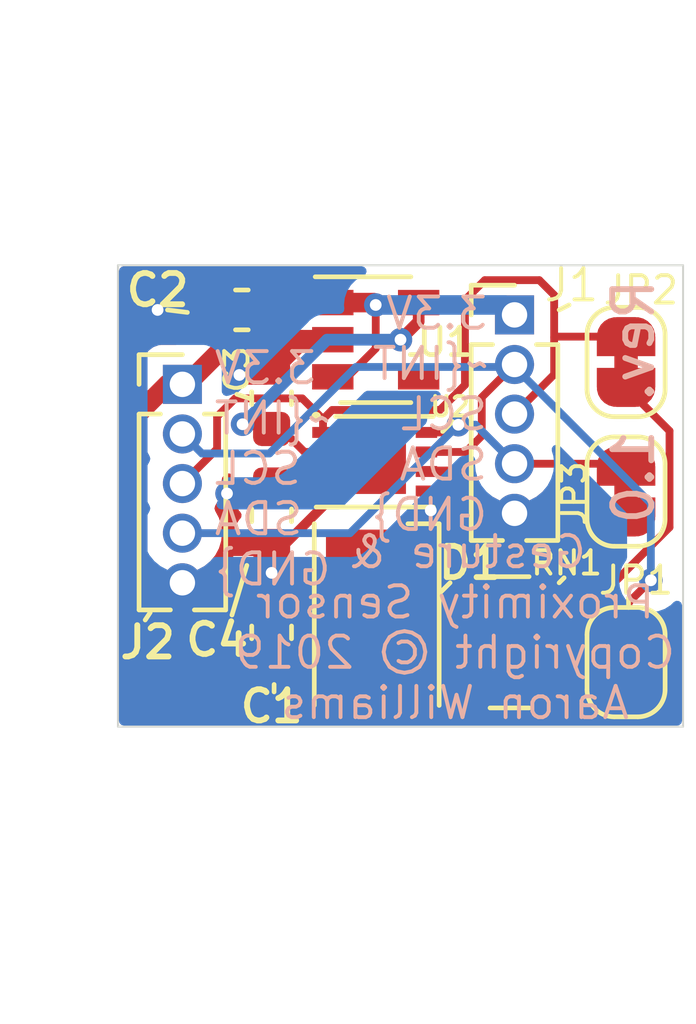
<source format=kicad_pcb>
(kicad_pcb (version 20221018) (generator pcbnew)
  (layers (0 "F.Cu" signal) (31 "B.Cu" signal) (34 "B.Paste" user) (35 "F.Paste" user) (36 "B.SilkS" user "B.Silkscreen") (37 "F.SilkS" user "F.Silkscreen") (38 "B.Mask" user) (39 "F.Mask" user) (44 "Edge.Cuts" user))
  (net 0 "")
  (net 1 "GND")
  (net 2 "+3V3")
  (net 3 "Net-(U1-Pad4)")
  (net 4 "/SDA")
  (net 5 "/~{INT}")
  (net 6 "/SCL")
  (net 7 "Net-(JP1-Pad2)")
  (net 8 "Net-(JP2-Pad2)")
  (net 9 "Net-(JP3-Pad2)")
  (net 10 "Net-(RN1-Pad1)")
  (net 11 "/1.8V")
  (net 12 "/VREF")
  (net 13 "/LEDX")
  (footprint "Capacitor_SMD:C_0603_1608Metric" (layer "F.Cu") (at 52.578 51.562 90)
    (fp_text reference "C1" (at -1.8923 0 180) (layer "F.SilkS") (effects (font (size 0.8 0.8))))
    (fp_text value "1uF")
    (fp_line (start -0.162779 -0.51) (end 0.162779 -0.51) (stroke (width 0.12)) (layer "F.SilkS"))
    (fp_line (start -0.162779 0.51) (end 0.162779 0.51) (stroke (width 0.12)) (layer "F.SilkS"))
    (pad "1" smd roundrect (at -0.7875 0 90) (size 0.875 0.95) (layers "F.Cu" "F.Paste" "F.Mask") (net 2 "+3V3"))
    (pad "2" smd roundrect (at 0.7875 0 90) (size 0.875 0.95) (layers "F.Cu" "F.Paste" "F.Mask") (net 1 "GND"))
  )
  (footprint "Capacitor_SMD:C_0603_1608Metric" (layer "F.Cu") (at 51.816 43.307 180)
    (fp_text reference "C2" (at 2.159 0.508) (layer "F.SilkS") (effects (font (size 0.8 0.8))))
    (fp_text value "1uF")
    (fp_line (start -0.162779 -0.51) (end 0.162779 -0.51) (stroke (width 0.12)) (layer "F.SilkS"))
    (fp_line (start -0.162779 0.51) (end 0.162779 0.51) (stroke (width 0.12)) (layer "F.SilkS"))
    (pad "1" smd roundrect (at -0.7875 0 180) (size 0.875 0.95) (layers "F.Cu" "F.Paste" "F.Mask") (net 2 "+3V3"))
    (pad "2" smd roundrect (at 0.7875 0 180) (size 0.875 0.95) (layers "F.Cu" "F.Paste" "F.Mask") (net 1 "GND"))
  )
  (footprint "Capacitor_SMD:C_0603_1608Metric" (layer "F.Cu") (at 52.578 45.5676 90)
    (fp_text reference "C3" (at 0.7366 -0.889 90) (layer "F.SilkS") (effects (font (size 0.6 0.6) (thickness 0.1))))
    (fp_text value "1uF")
    (fp_line (start -0.162779 -0.51) (end 0.162779 -0.51) (stroke (width 0.12)) (layer "F.SilkS"))
    (fp_line (start -0.162779 0.51) (end 0.162779 0.51) (stroke (width 0.12)) (layer "F.SilkS"))
    (pad "1" smd roundrect (at -0.7875 0 90) (size 0.875 0.95) (layers "F.Cu" "F.Paste" "F.Mask") (net 11 "/1.8V"))
    (pad "2" smd roundrect (at 0.7875 0 90) (size 0.875 0.95) (layers "F.Cu" "F.Paste" "F.Mask") (net 1 "GND"))
  )
  (footprint "Capacitor_SMD:C_0603_1608Metric" (layer "F.Cu") (at 52.578 48.5648 -90)
    (fp_text reference "C4" (at 3.1877 1.397 180) (layer "F.SilkS") (effects (font (size 0.8 0.8))))
    (fp_text value "1uF")
    (fp_line (start -0.162779 -0.51) (end 0.162779 -0.51) (stroke (width 0.12)) (layer "F.SilkS"))
    (fp_line (start -0.162779 0.51) (end 0.162779 0.51) (stroke (width 0.12)) (layer "F.SilkS"))
    (pad "1" smd roundrect (at -0.7875 0 270) (size 0.875 0.95) (layers "F.Cu" "F.Paste" "F.Mask") (net 12 "/VREF"))
    (pad "2" smd roundrect (at 0.7875 0 270) (size 0.875 0.95) (layers "F.Cu" "F.Paste" "F.Mask") (net 1 "GND"))
  )
  (footprint "Aaron:LED_PLCC-2" (layer "F.Cu") (at 55.2704 51.181 -90)
    (fp_text reference "D1" (at -1.397 -2.3876 180) (layer "F.SilkS") (effects (font (size 0.8 0.8))))
    (fp_text value "VSMY3940X01-GS08")
    (fp_line (start -2.4 -1.6) (end -2.4 -0.8) (stroke (width 0.12)) (layer "F.SilkS"))
    (fp_line (start 2.25 -1.6) (end -2.4 -1.6) (stroke (width 0.12)) (layer "F.SilkS"))
    (fp_line (start 2.25 1.6) (end -2.4 1.6) (stroke (width 0.12)) (layer "F.SilkS"))
    (pad "1" smd rect (at -1.5 0 270) (size 1.5 2.6) (layers "F.Cu" "F.Paste" "F.Mask") (net 13 "/LEDX"))
    (pad "2" smd rect (at 1.5 0 270) (size 1.5 2.6) (layers "F.Cu" "F.Paste" "F.Mask") (net 2 "+3V3"))
  )
  (footprint "Package_TO_SOT_SMD:SOT-23-5" (layer "F.Cu") (at 55.245 44.069)
    (fp_text reference "U1" (at 1.778 0.0635) (layer "F.SilkS") (effects (font (size 0.7 0.7) (thickness 0.12))))
    (fp_text value "TLV71318PDBV")
    (fp_line (start -0.9 1.61) (end 0.9 1.61) (stroke (width 0.12)) (layer "F.SilkS"))
    (fp_line (start 0.9 -1.61) (end -1.55 -1.61) (stroke (width 0.12)) (layer "F.SilkS"))
    (pad "1" smd rect (at -1.1 -0.95) (size 1.06 0.65) (layers "F.Cu" "F.Paste" "F.Mask") (net 2 "+3V3"))
    (pad "2" smd rect (at -1.1 0) (size 1.06 0.65) (layers "F.Cu" "F.Paste" "F.Mask") (net 1 "GND"))
    (pad "3" smd rect (at -1.1 0.95) (size 1.06 0.65) (layers "F.Cu" "F.Paste" "F.Mask") (net 2 "+3V3"))
    (pad "4" smd rect (at 1.1 0.95) (size 1.06 0.65) (layers "F.Cu" "F.Paste" "F.Mask") (net 3 "Net-(U1-Pad4)"))
    (pad "5" smd rect (at 1.1 -0.95) (size 1.06 0.65) (layers "F.Cu" "F.Paste" "F.Mask") (net 11 "/1.8V"))
  )
  (footprint "Aaron:LFCSP-8-1EP_3x2mm_P0.5mm_EP1.6x1.65mm" (layer "F.Cu") (at 55.2196 47.1932)
    (fp_text reference "U2" (at 1.9304 -1.4097) (layer "F.SilkS") (effects (font (size 0.5 0.5) (thickness 0.1))))
    (fp_text value "ADUX1020")
    (fp_line (start -1 -1.16) (end 1.5 -1.16) (stroke (width 0.12)) (layer "F.SilkS"))
    (fp_line (start 1.5 1.16) (end -1.5 1.16) (stroke (width 0.12)) (layer "F.SilkS"))
    (pad "1" smd rect (at -1.325 -0.75) (size 0.55 0.28) (layers "F.Cu" "F.Paste" "F.Mask") (net 6 "/SCL"))
    (pad "2" smd rect (at -1.325 -0.25) (size 0.55 0.28) (layers "F.Cu" "F.Paste" "F.Mask") (net 11 "/1.8V"))
    (pad "3" smd rect (at -1.325 0.25) (size 0.55 0.28) (layers "F.Cu" "F.Paste" "F.Mask") (net 12 "/VREF"))
    (pad "4" smd rect (at -1.325 0.75) (size 0.55 0.28) (layers "F.Cu" "F.Paste" "F.Mask") (net 1 "GND"))
    (pad "5" smd rect (at 1.325 0.75) (size 0.55 0.28) (layers "F.Cu" "F.Paste" "F.Mask") (net 1 "GND"))
    (pad "6" smd rect (at 1.325 0.25) (size 0.55 0.28) (layers "F.Cu" "F.Paste" "F.Mask") (net 13 "/LEDX"))
    (pad "7" smd rect (at 1.325 -0.25) (size 0.55 0.28) (layers "F.Cu" "F.Paste" "F.Mask") (net 5 "/~{INT}"))
    (pad "8" smd rect (at 1.325 -0.75) (size 0.55 0.28) (layers "F.Cu" "F.Paste" "F.Mask") (net 4 "/SDA"))
    (pad "9" smd rect (at 0 0) (size 1.6 1.65) (layers "F.Cu" "F.Paste" "F.Mask"))
  )
  (footprint "Connector_PinHeader_1.27mm:PinHeader_1x05_P1.27mm_Vertical" (layer "F.Cu") (at 50.292 45.212)
    (fp_text reference "J2" (at -0.889 6.604) (layer "F.SilkS") (effects (font (size 0.8 0.8))))
    (fp_text value "Conn_01x05")
    (fp_line (start -1.11 -0.76) (end 0 -0.76) (stroke (width 0.12)) (layer "F.SilkS"))
    (fp_line (start -1.11 0) (end -1.11 -0.76) (stroke (width 0.12)) (layer "F.SilkS"))
    (fp_line (start -1.11 0.76) (end -1.11 5.775) (stroke (width 0.12)) (layer "F.SilkS"))
    (fp_line (start -1.11 0.76) (end -0.563471 0.76) (stroke (width 0.12)) (layer "F.SilkS"))
    (fp_line (start -1.11 5.775) (end -0.30753 5.775) (stroke (width 0.12)) (layer "F.SilkS"))
    (fp_line (start 0.30753 5.775) (end 1.11 5.775) (stroke (width 0.12)) (layer "F.SilkS"))
    (fp_line (start 0.563471 0.76) (end 1.11 0.76) (stroke (width 0.12)) (layer "F.SilkS"))
    (fp_line (start 1.11 0.76) (end 1.11 5.775) (stroke (width 0.12)) (layer "F.SilkS"))
    (pad "1" thru_hole rect (at 0 0) (size 1 1) (drill 0.65) (layers "*.Cu" "*.Mask") (net 2 "+3V3"))
    (pad "2" thru_hole oval (at 0 1.27) (size 1 1) (drill 0.65) (layers "*.Cu" "*.Mask") (net 5 "/~{INT}"))
    (pad "3" thru_hole oval (at 0 2.54) (size 1 1) (drill 0.65) (layers "*.Cu" "*.Mask") (net 6 "/SCL"))
    (pad "4" thru_hole oval (at 0 3.81) (size 1 1) (drill 0.65) (layers "*.Cu" "*.Mask") (net 4 "/SDA"))
    (pad "5" thru_hole oval (at 0 5.08) (size 1 1) (drill 0.65) (layers "*.Cu" "*.Mask") (net 1 "GND"))
  )
  (footprint "Connector_PinHeader_1.27mm:PinHeader_1x05_P1.27mm_Vertical" (layer "F.Cu") (at 58.801 43.434)
    (fp_text reference "J1" (at 1.4605 -0.762) (layer "F.SilkS") (effects (font (size 0.8 0.8) (thickness 0.1))))
    (fp_text value "Conn_01x05")
    (fp_line (start -1.11 -0.76) (end 0 -0.76) (stroke (width 0.12)) (layer "F.SilkS"))
    (fp_line (start -1.11 0) (end -1.11 -0.76) (stroke (width 0.12)) (layer "F.SilkS"))
    (fp_line (start -1.11 0.76) (end -1.11 5.775) (stroke (width 0.12)) (layer "F.SilkS"))
    (fp_line (start -1.11 0.76) (end -0.563471 0.76) (stroke (width 0.12)) (layer "F.SilkS"))
    (fp_line (start -1.11 5.775) (end -0.30753 5.775) (stroke (width 0.12)) (layer "F.SilkS"))
    (fp_line (start 0.30753 5.775) (end 1.11 5.775) (stroke (width 0.12)) (layer "F.SilkS"))
    (fp_line (start 0.563471 0.76) (end 1.11 0.76) (stroke (width 0.12)) (layer "F.SilkS"))
    (fp_line (start 1.11 0.76) (end 1.11 5.775) (stroke (width 0.12)) (layer "F.SilkS"))
    (pad "1" thru_hole rect (at 0 0) (size 1 1) (drill 0.65) (layers "*.Cu" "*.Mask") (net 2 "+3V3"))
    (pad "2" thru_hole oval (at 0 1.27) (size 1 1) (drill 0.65) (layers "*.Cu" "*.Mask") (net 5 "/~{INT}"))
    (pad "3" thru_hole oval (at 0 2.54) (size 1 1) (drill 0.65) (layers "*.Cu" "*.Mask") (net 6 "/SCL"))
    (pad "4" thru_hole oval (at 0 3.81) (size 1 1) (drill 0.65) (layers "*.Cu" "*.Mask") (net 4 "/SDA"))
    (pad "5" thru_hole oval (at 0 5.08) (size 1 1) (drill 0.65) (layers "*.Cu" "*.Mask") (net 1 "GND"))
  )
  (footprint "Jumper:SolderJumper-2_P1.3mm_Bridged_RoundedPad1.0x1.5mm" (layer "F.Cu") (at 61.6585 52.324 -90)
    (fp_text reference "JP1" (at -2.0955 -0.254 180) (layer "F.SilkS") (effects (font (size 0.7 0.7) (thickness 0.1))))
    (fp_text value "SolderJumper_2_Bridged")
    (fp_poly (pts (xy 0.25 -0.3) (xy -0.25 -0.3) (xy -0.25 0.3) (xy 0.25 0.3)) (fill solid) (layer "F.Cu"))
    (fp_line (start -1.4 0.3) (end -1.4 -0.3) (stroke (width 0.12)) (layer "F.SilkS"))
    (fp_line (start -0.7 -1) (end 0.7 -1) (stroke (width 0.12)) (layer "F.SilkS"))
    (fp_line (start 0.7 1) (end -0.7 1) (stroke (width 0.12)) (layer "F.SilkS"))
    (fp_line (start 1.4 -0.3) (end 1.4 0.3) (stroke (width 0.12)) (layer "F.SilkS"))
    (fp_arc (start -1.4 -0.3) (mid -1.194975 -0.794975) (end -0.7 -1) (stroke (width 0.12)) (layer "F.SilkS"))
    (fp_arc (start -0.7 1) (mid -1.194975 0.794975) (end -1.4 0.3) (stroke (width 0.12)) (layer "F.SilkS"))
    (fp_arc (start 0.7 -1) (mid 1.194975 -0.794975) (end 1.4 -0.3) (stroke (width 0.12)) (layer "F.SilkS"))
    (fp_arc (start 1.4 0.3) (mid 1.194975 0.794975) (end 0.7 1) (stroke (width 0.12)) (layer "F.SilkS"))
    (pad "1" smd custom (at -0.65 0 270) (size 1 0.5) (layers "F.Cu" "F.Mask") (net 5 "/~{INT}") (options (clearance outline) (anchor rect)) (primitives (gr_circle (center 0 0.25) (end 0.5 0.25) (width 0) (fill yes)) (gr_circle (center 0 -0.25) (end 0.5 -0.25) (width 0) (fill yes)) (gr_poly (pts (xy 0 -0.75) (xy 0.5 -0.75) (xy 0.5 0.75) (xy 0 0.75)) (width 0) (fill yes))))
    (pad "2" smd custom (at 0.65 0 270) (size 1 0.5) (layers "F.Cu" "F.Mask") (net 7 "Net-(JP1-Pad2)") (options (clearance outline) (anchor rect)) (primitives (gr_circle (center 0 0.25) (end 0.5 0.25) (width 0) (fill yes)) (gr_circle (center 0 -0.25) (end 0.5 -0.25) (width 0) (fill yes)) (gr_poly (pts (xy 0 -0.75) (xy -0.5 -0.75) (xy -0.5 0.75) (xy 0 0.75)) (width 0) (fill yes))))
  )
  (footprint "Jumper:SolderJumper-2_P1.3mm_Bridged_RoundedPad1.0x1.5mm" (layer "F.Cu") (at 61.6585 44.6405 -90)
    (fp_text reference "JP2" (at -1.8415 -0.381) (layer "F.SilkS") (effects (font (size 0.7 0.7) (thickness 0.1))))
    (fp_text value "SolderJumper_2_Bridged")
    (fp_poly (pts (xy 0.25 -0.3) (xy -0.25 -0.3) (xy -0.25 0.3) (xy 0.25 0.3)) (fill solid) (layer "F.Cu"))
    (fp_line (start -1.4 0.3) (end -1.4 -0.3) (stroke (width 0.12)) (layer "F.SilkS"))
    (fp_line (start -0.7 -1) (end 0.7 -1) (stroke (width 0.12)) (layer "F.SilkS"))
    (fp_line (start 0.7 1) (end -0.7 1) (stroke (width 0.12)) (layer "F.SilkS"))
    (fp_line (start 1.4 -0.3) (end 1.4 0.3) (stroke (width 0.12)) (layer "F.SilkS"))
    (fp_arc (start -1.4 -0.3) (mid -1.194975 -0.794975) (end -0.7 -1) (stroke (width 0.12)) (layer "F.SilkS"))
    (fp_arc (start -0.7 1) (mid -1.194975 0.794975) (end -1.4 0.3) (stroke (width 0.12)) (layer "F.SilkS"))
    (fp_arc (start 0.7 -1) (mid 1.194975 -0.794975) (end 1.4 -0.3) (stroke (width 0.12)) (layer "F.SilkS"))
    (fp_arc (start 1.4 0.3) (mid 1.194975 0.794975) (end 0.7 1) (stroke (width 0.12)) (layer "F.SilkS"))
    (pad "1" smd custom (at -0.65 0 270) (size 1 0.5) (layers "F.Cu" "F.Mask") (net 6 "/SCL") (options (clearance outline) (anchor rect)) (primitives (gr_circle (center 0 0.25) (end 0.5 0.25) (width 0) (fill yes)) (gr_circle (center 0 -0.25) (end 0.5 -0.25) (width 0) (fill yes)) (gr_poly (pts (xy 0 -0.75) (xy 0.5 -0.75) (xy 0.5 0.75) (xy 0 0.75)) (width 0) (fill yes))))
    (pad "2" smd custom (at 0.65 0 270) (size 1 0.5) (layers "F.Cu" "F.Mask") (net 8 "Net-(JP2-Pad2)") (options (clearance outline) (anchor rect)) (primitives (gr_circle (center 0 0.25) (end 0.5 0.25) (width 0) (fill yes)) (gr_circle (center 0 -0.25) (end 0.5 -0.25) (width 0) (fill yes)) (gr_poly (pts (xy 0 -0.75) (xy -0.5 -0.75) (xy -0.5 0.75) (xy 0 0.75)) (width 0) (fill yes))))
  )
  (footprint "Jumper:SolderJumper-2_P1.3mm_Bridged_RoundedPad1.0x1.5mm" (layer "F.Cu") (at 61.6585 47.9575 -90)
    (fp_text reference "JP3" (at 0.0485 1.3335 90) (layer "F.SilkS") (effects (font (size 0.6 0.6) (thickness 0.1))))
    (fp_text value "SolderJumper_2_Bridged")
    (fp_poly (pts (xy 0.25 -0.3) (xy -0.25 -0.3) (xy -0.25 0.3) (xy 0.25 0.3)) (fill solid) (layer "F.Cu"))
    (fp_line (start -1.4 0.3) (end -1.4 -0.3) (stroke (width 0.12)) (layer "F.SilkS"))
    (fp_line (start -0.7 -1) (end 0.7 -1) (stroke (width 0.12)) (layer "F.SilkS"))
    (fp_line (start 0.7 1) (end -0.7 1) (stroke (width 0.12)) (layer "F.SilkS"))
    (fp_line (start 1.4 -0.3) (end 1.4 0.3) (stroke (width 0.12)) (layer "F.SilkS"))
    (fp_arc (start -1.4 -0.3) (mid -1.194975 -0.794975) (end -0.7 -1) (stroke (width 0.12)) (layer "F.SilkS"))
    (fp_arc (start -0.7 1) (mid -1.194975 0.794975) (end -1.4 0.3) (stroke (width 0.12)) (layer "F.SilkS"))
    (fp_arc (start 0.7 -1) (mid 1.194975 -0.794975) (end 1.4 -0.3) (stroke (width 0.12)) (layer "F.SilkS"))
    (fp_arc (start 1.4 0.3) (mid 1.194975 0.794975) (end 0.7 1) (stroke (width 0.12)) (layer "F.SilkS"))
    (pad "1" smd custom (at -0.65 0 270) (size 1 0.5) (layers "F.Cu" "F.Mask") (net 4 "/SDA") (options (clearance outline) (anchor rect)) (primitives (gr_circle (center 0 0.25) (end 0.5 0.25) (width 0) (fill yes)) (gr_circle (center 0 -0.25) (end 0.5 -0.25) (width 0) (fill yes)) (gr_poly (pts (xy 0 -0.75) (xy 0.5 -0.75) (xy 0.5 0.75) (xy 0 0.75)) (width 0) (fill yes))))
    (pad "2" smd custom (at 0.65 0 270) (size 1 0.5) (layers "F.Cu" "F.Mask") (net 9 "Net-(JP3-Pad2)") (options (clearance outline) (anchor rect)) (primitives (gr_circle (center 0 0.25) (end 0.5 0.25) (width 0) (fill yes)) (gr_circle (center 0 -0.25) (end 0.5 -0.25) (width 0) (fill yes)) (gr_poly (pts (xy 0 -0.75) (xy -0.5 -0.75) (xy -0.5 0.75) (xy 0 0.75)) (width 0) (fill yes))))
  )
  (footprint "Resistor_SMD:R_Array_Convex_4x0603" (layer "F.Cu") (at 58.674 51.816 180)
    (fp_text reference "RN1" (at -1.4605 2.032) (layer "F.SilkS") (effects (font (size 0.6 0.6) (thickness 0.1))))
    (fp_text value "10K")
    (fp_line (start 0.5 -1.68) (end -0.5 -1.68) (stroke (width 0.12)) (layer "F.SilkS"))
    (fp_line (start 0.5 1.68) (end -0.5 1.68) (stroke (width 0.12)) (layer "F.SilkS"))
    (pad "1" smd rect (at -0.9 -1.2 180) (size 0.8 0.5) (layers "F.Cu" "F.Paste" "F.Mask") (net 10 "Net-(RN1-Pad1)"))
    (pad "2" smd rect (at -0.9 -0.4 180) (size 0.8 0.4) (layers "F.Cu" "F.Paste" "F.Mask") (net 7 "Net-(JP1-Pad2)"))
    (pad "3" smd rect (at -0.9 0.4 180) (size 0.8 0.4) (layers "F.Cu" "F.Paste" "F.Mask") (net 8 "Net-(JP2-Pad2)"))
    (pad "4" smd rect (at -0.9 1.2 180) (size 0.8 0.5) (layers "F.Cu" "F.Paste" "F.Mask") (net 9 "Net-(JP3-Pad2)"))
    (pad "5" smd rect (at 0.9 1.2 180) (size 0.8 0.5) (layers "F.Cu" "F.Paste" "F.Mask") (net 2 "+3V3"))
    (pad "6" smd rect (at 0.9 0.4 180) (size 0.8 0.4) (layers "F.Cu" "F.Paste" "F.Mask") (net 2 "+3V3"))
    (pad "7" smd rect (at 0.9 -0.4 180) (size 0.8 0.4) (layers "F.Cu" "F.Paste" "F.Mask") (net 2 "+3V3"))
    (pad "8" smd rect (at 0.9 -1.2 180) (size 0.8 0.5) (layers "F.Cu" "F.Paste" "F.Mask") (net 2 "+3V3"))
  )
  (gr_line (start 60.198 43.18) (end 59.944 43.307) (stroke (width 0.12)) (layer "F.SilkS"))
  (gr_line (start 60.071 50.165) (end 59.944 50.292) (stroke (width 0.12)) (layer "F.SilkS"))
  (gr_line (start 61.722 50.673) (end 61.722 50.927) (stroke (width 0.12)) (layer "F.SilkS"))
  (gr_line (start 56.388 44.45) (end 56.134 44.45) (stroke (width 0.12)) (layer "F.SilkS"))
  (gr_line (start 51.689 45.466) (end 52.07 45.593) (stroke (width 0.12)) (layer "F.SilkS"))
  (gr_line (start 51.562 51.1175) (end 51.943 49.8475) (stroke (width 0.12)) (layer "F.SilkS"))
  (gr_line (start 52.6415 53.086) (end 52.6415 52.8955) (stroke (width 0.12)) (layer "F.SilkS"))
  (gr_line (start 49.3395 51.2445) (end 49.4665 51.054) (stroke (width 0.12)) (layer "F.SilkS"))
  (gr_line (start 49.911 43.307) (end 50.419 43.3705) (stroke (width 0.12)) (layer "F.SilkS"))
  (gr_line (start 57.2135 46.1645) (end 56.9595 46.4185) (stroke (width 0.12)) (layer "F.SilkS"))
  (gr_line (start 57.15 50.292) (end 56.896 50.546) (stroke (width 0.12)) (layer "F.SilkS"))
  (gr_circle (center 53.721 46.0375) (end 53.721 45.974) (stroke (width 0.12)) (fill none) (layer "F.SilkS"))
  (gr_line (start 48.641 42.164) (end 48.641 53.975) (stroke (width 0.05)) (layer "Edge.Cuts"))
  (gr_line (start 63.119 53.975) (end 48.641 53.975) (stroke (width 0.05)) (layer "Edge.Cuts"))
  (gr_line (start 48.641 42.164) (end 63.119 42.164) (stroke (width 0.05)) (layer "Edge.Cuts"))
  (gr_line (start 63.119 42.164) (end 63.119 53.975) (stroke (width 0.05)) (layer "Edge.Cuts"))
  (gr_text "3.3V\n~{INT\nSCL\nSDA\nGND}" (at 51.054 47.371) (layer "B.SilkS") (effects (font (size 0.8 0.8) (thickness 0.1)) (justify right mirror)))
  (gr_text "Gesture & \nProximity Sensor\nCopyright © 2019\nAaron Williams" (at 57.277 51.435) (layer "B.SilkS") (effects (font (size 0.8 0.8) (thickness 0.1)) (justify mirror)))
  (gr_text "3.3V\n~{INT\nSCL\nSDA\nGND}" (at 58.166 45.974) (layer "B.SilkS") (effects (font (size 0.8 0.8) (thickness 0.1)) (justify left mirror)))
  (gr_text "Rev. 1.0" (at 61.849 45.6565 90) (layer "B.SilkS") (effects (font (size 1 1)) (justify mirror)))
  (segment (start 52.176764 44.971501) (end 51.7525 44.971501) (width 0.5) (layer "F.Cu") (net 1))
  (segment (start 56.5446 48.327797) (end 56.655013 48.43821) (width 0.25) (layer "F.Cu") (net 1))
  (segment (start 53.34 44.069) (end 52.437499 44.971501) (width 0.5) (layer "F.Cu") (net 1))
  (segment (start 54.1655 44.069) (end 53.34 44.069) (width 0.5) (layer "F.Cu") (net 1))
  (segment (start 53.8946 48.3332) (end 52.9518 49.276) (width 0.25) (layer "F.Cu") (net 1))
  (segment (start 53.8946 47.9432) (end 53.8946 48.3332) (width 0.25) (layer "F.Cu") (net 1))
  (segment (start 52.9518 49.276) (end 52.578 49.276) (width 0.25) (layer "F.Cu") (net 1))
  (segment (start 56.5446 47.9432) (end 56.5446 48.327797) (width 0.25) (layer "F.Cu") (net 1))
  (segment (start 52.437499 44.971501) (end 52.176764 44.971501) (width 0.5) (layer "F.Cu") (net 1))
  (via (at 52.578 50.038) (size 0.6) (drill 0.3) (layers "F.Cu" "B.Cu") (net 1))
  (via (at 51.435 48.006) (size 0.6) (drill 0.3) (layers "F.Cu" "B.Cu") (net 1))
  (via (at 51.7525 44.971501) (size 0.6) (drill 0.3) (layers "F.Cu" "B.Cu") (net 1))
  (via (at 49.657 43.307) (size 0.6) (drill 0.3) (layers "F.Cu" "B.Cu") (net 1))
  (via (at 56.655013 48.43821) (size 0.6) (drill 0.3) (layers "F.Cu" "B.Cu") (net 1))
  (segment (start 49.149 43.815) (end 49.149 49.856106) (width 0.5) (layer "B.Cu") (net 1))
  (segment (start 49.584894 50.292) (end 50.292 50.292) (width 0.5) (layer "B.Cu") (net 1))
  (segment (start 49.657 43.307) (end 49.149 43.815) (width 0.5) (layer "B.Cu") (net 1))
  (segment (start 49.149 49.856106) (end 49.584894 50.292) (width 0.5) (layer "B.Cu") (net 1))
  (segment (start 54.864 52.324) (end 55.221 52.681) (width 0.5) (layer "F.Cu") (net 2))
  (segment (start 51.715829 44.221499) (end 52.578 43.359328) (width 0.5) (layer "F.Cu") (net 2))
  (segment (start 55.2704 52.681) (end 55.348 52.681) (width 0.3) (layer "F.Cu") (net 2))
  (segment (start 53.115 43.119) (end 52.927 43.307) (width 0.5) (layer "F.Cu") (net 2))
  (segment (start 55.221 52.681) (end 55.2704 52.681) (width 0.5) (layer "F.Cu") (net 2))
  (segment (start 55.245 44.2955) (end 55.245 43.18) (width 0.2) (layer "F.Cu") (net 2))
  (segment (start 57.785 52.455) (end 57.785 50.6095) (width 0.3) (layer "F.Cu") (net 2))
  (segment (start 55.6895 53.0225) (end 57.785 53.0225) (width 0.3) (layer "F.Cu") (net 2))
  (segment (start 54.5215 45.019) (end 55.245 44.2955) (width 0.2) (layer "F.Cu") (net 2))
  (segment (start 49.911 45.212) (end 49.11601 46.00699) (width 0.5) (layer "F.Cu") (net 2))
  (segment (start 50.546 52.324) (end 54.864 52.324) (width 0.5) (layer "F.Cu") (net 2))
  (segment (start 55.184 43.119) (end 55.245 43.18) (width 0.5) (layer "F.Cu") (net 2))
  (segment (start 50.546 45.085) (end 50.419 45.085) (width 0.4) (layer "F.Cu") (net 2))
  (segment (start 50.292 45.212) (end 50.401997 45.212) (width 0.5) (layer "F.Cu") (net 2))
  (segment (start 50.401997 45.212) (end 51.392498 44.221499) (width 0.5) (layer "F.Cu") (net 2))
  (segment (start 49.11601 50.89401) (end 50.546 52.324) (width 0.5) (layer "F.Cu") (net 2))
  (segment (start 55.348 52.681) (end 55.6895 53.0225) (width 0.3) (layer "F.Cu") (net 2))
  (segment (start 49.11601 46.00699) (end 49.11601 50.89401) (width 0.5) (layer "F.Cu") (net 2))
  (segment (start 52.927 43.307) (end 52.705 43.307) (width 0.5) (layer "F.Cu") (net 2))
  (segment (start 51.392498 44.221499) (end 51.715829 44.221499) (width 0.5) (layer "F.Cu") (net 2))
  (segment (start 57.774 52.466) (end 57.785 52.455) (width 0.3) (layer "F.Cu") (net 2))
  (segment (start 54.145 43.119) (end 55.184 43.119) (width 0.5) (layer "F.Cu") (net 2))
  (segment (start 54.145 43.119) (end 53.115 43.119) (width 0.5) (layer "F.Cu") (net 2))
  (segment (start 57.774 53.016) (end 57.774 52.466) (width 0.3) (layer "F.Cu") (net 2))
  (segment (start 54.145 45.019) (end 54.5215 45.019) (width 0.2) (layer "F.Cu") (net 2))
  (segment (start 50.102998 45.339) (end 50.292 45.339) (width 0.4) (layer "F.Cu") (net 2))
  (segment (start 50.292 45.212) (end 49.911 45.212) (width 0.5) (layer "F.Cu") (net 2))
  (via (at 55.245 43.18) (size 0.6) (drill 0.3) (layers "F.Cu" "B.Cu") (net 2))
  (segment (start 55.245 43.18) (end 58.547 43.18) (width 0.5) (layer "B.Cu") (net 2))
  (segment (start 58.547 43.18) (end 58.801 43.434) (width 0.5) (layer "B.Cu") (net 2))
  (segment (start 61.5315 47.244) (end 58.8645 47.244) (width 0.2) (layer "F.Cu") (net 4))
  (segment (start 56.5446 46.4432) (end 57.164345 46.4432) (width 0.2) (layer "F.Cu") (net 4))
  (segment (start 57.164345 46.4432) (end 57.361117 46.246428) (width 0.2) (layer "F.Cu") (net 4))
  (segment (start 61.6585 47.3075) (end 61.595 47.3075) (width 0.2) (layer "F.Cu") (net 4))
  (segment (start 61.595 47.3075) (end 61.5315 47.244) (width 0.2) (layer "F.Cu") (net 4))
  (via (at 57.361117 46.246428) (size 0.6) (drill 0.3) (layers "F.Cu" "B.Cu") (net 4))
  (segment (start 54.585545 49.022) (end 57.361117 46.246428) (width 0.2) (layer "B.Cu") (net 4))
  (segment (start 50.292 49.022) (end 54.585545 49.022) (width 0.2) (layer "B.Cu") (net 4))
  (segment (start 57.803428 46.246428) (end 57.361117 46.246428) (width 0.2) (layer "B.Cu") (net 4))
  (segment (start 58.801 47.244) (end 57.803428 46.246428) (width 0.2) (layer "B.Cu") (net 4))
  (segment (start 57.961119 46.53443) (end 57.961119 45.543881) (width 0.2) (layer "F.Cu") (net 5))
  (segment (start 61.722 51.42) (end 61.722 50.8) (width 0.2) (layer "F.Cu") (net 5))
  (segment (start 61.722 50.8) (end 62.2935 50.2285) (width 0.2) (layer "F.Cu") (net 5))
  (segment (start 56.5446 46.9432) (end 57.552349 46.9432) (width 0.2) (layer "F.Cu") (net 5))
  (segment (start 57.961119 45.543881) (end 58.801 44.704) (width 0.2) (layer "F.Cu") (net 5))
  (segment (start 57.552349 46.9432) (end 57.961119 46.53443) (width 0.2) (layer "F.Cu") (net 5))
  (via (at 62.2935 50.2285) (size 0.6) (drill 0.3) (layers "F.Cu" "B.Cu") (net 5))
  (segment (start 58.801 44.7675) (end 54.737 44.7675) (width 0.2) (layer "B.Cu") (net 5))
  (segment (start 62.2935 50.2285) (end 62.2935 48.26) (width 0.2) (layer "B.Cu") (net 5))
  (segment (start 62.2935 48.26) (end 58.801 44.7675) (width 0.2) (layer "B.Cu") (net 5))
  (segment (start 52.522501 46.981999) (end 50.791999 46.981999) (width 0.2) (layer "B.Cu") (net 5))
  (segment (start 54.737 44.7675) (end 52.522501 46.981999) (width 0.2) (layer "B.Cu") (net 5))
  (segment (start 50.791999 46.981999) (end 50.292 46.482) (width 0.2) (layer "B.Cu") (net 5))
  (segment (start 57.23999 45.519012) (end 57.115001 45.644001) (width 0.2) (layer "F.Cu") (net 6))
  (segment (start 50.292 47.752) (end 51.181 46.863) (width 0.2) (layer "F.Cu") (net 6))
  (segment (start 59.817 42.926) (end 59.817 44.0055) (width 0.2) (layer "F.Cu") (net 6))
  (segment (start 59.817 44.0055) (end 59.817 44.958) (width 0.2) (layer "F.Cu") (net 6))
  (segment (start 51.646989 45.571511) (end 53.362911 45.571511) (width 0.2) (layer "F.Cu") (net 6))
  (segment (start 53.8946 46.1032) (end 54.1296 45.8682) (width 0.2) (layer "F.Cu") (net 6))
  (segment (start 54.1296 45.8682) (end 56.890802 45.8682) (width 0.2) (layer "F.Cu") (net 6))
  (segment (start 53.362911 45.571511) (end 53.8946 46.1032) (width 0.2) (layer "F.Cu") (net 6))
  (segment (start 57.531 45.228002) (end 57.531 43.053) (width 0.2) (layer "F.Cu") (net 6))
  (segment (start 56.890802 45.8682) (end 57.23999 45.519012) (width 0.2) (layer "F.Cu") (net 6))
  (segment (start 57.531 43.053) (end 58.039 42.545) (width 0.2) (layer "F.Cu") (net 6))
  (segment (start 57.23999 45.519012) (end 57.531 45.228002) (width 0.2) (layer "F.Cu") (net 6))
  (segment (start 51.181 46.863) (end 51.181 46.0375) (width 0.2) (layer "F.Cu") (net 6))
  (segment (start 59.817 44.958) (end 58.801 45.974) (width 0.2) (layer "F.Cu") (net 6))
  (segment (start 59.832 43.9905) (end 59.817 44.0055) (width 0.2) (layer "F.Cu") (net 6))
  (segment (start 61.6585 43.9905) (end 59.832 43.9905) (width 0.2) (layer "F.Cu") (net 6))
  (segment (start 59.436 42.545) (end 59.817 42.926) (width 0.2) (layer "F.Cu") (net 6))
  (segment (start 53.8946 46.4432) (end 53.8946 46.1032) (width 0.2) (layer "F.Cu") (net 6))
  (segment (start 58.039 42.545) (end 59.436 42.545) (width 0.2) (layer "F.Cu") (net 6))
  (segment (start 51.181 46.0375) (end 51.646989 45.571511) (width 0.2) (layer "F.Cu") (net 6))
  (segment (start 61.4745 53.016) (end 61.722 52.7685) (width 0.2) (layer "F.Cu") (net 7))
  (segment (start 60.810908 52.974) (end 60.033908 52.197) (width 0.2) (layer "F.Cu") (net 7))
  (segment (start 60.033908 52.197) (end 59.944 52.197) (width 0.2) (layer "F.Cu") (net 7))
  (segment (start 61.6585 52.974) (end 60.810908 52.974) (width 0.2) (layer "F.Cu") (net 7))
  (segment (start 59.933002 52.197) (end 59.563 52.197) (width 0.2) (layer "F.Cu") (net 7))
  (segment (start 60.208982 51.435) (end 59.563 51.435) (width 0.2) (layer "F.Cu") (net 8))
  (segment (start 61.6585 45.2905) (end 62.77201 46.40401) (width 0.2) (layer "F.Cu") (net 8))
  (segment (start 62.77201 46.40401) (end 62.77201 48.871972) (width 0.2) (layer "F.Cu") (net 8))
  (segment (start 62.77201 48.871972) (end 60.208982 51.435) (width 0.2) (layer "F.Cu") (net 8))
  (segment (start 61.6585 48.641) (end 59.69 50.6095) (width 0.2) (layer "F.Cu") (net 9))
  (segment (start 59.6265 50.6095) (end 59.563 50.6095) (width 0.2) (layer "F.Cu") (net 9))
  (segment (start 59.69 50.6095) (end 59.6265 50.6095) (width 0.2) (layer "F.Cu") (net 9))
  (segment (start 56.345 43.604) (end 55.88 44.069) (width 0.3) (layer "F.Cu") (net 11))
  (segment (start 52.456904 46.233904) (end 52.257404 46.233904) (width 0.3) (layer "F.Cu") (net 11))
  (segment (start 52.8314 46.355) (end 52.578 46.355) (width 0.2) (layer "F.Cu") (net 11))
  (segment (start 52.257404 46.233904) (end 51.83314 46.233904) (width 0.3) (layer "F.Cu") (net 11))
  (segment (start 53.8946 46.9432) (end 53.4196 46.9432) (width 0.2) (layer "F.Cu") (net 11))
  (segment (start 53.4196 46.9432) (end 52.8314 46.355) (width 0.2) (layer "F.Cu") (net 11))
  (segment (start 56.345 43.119) (end 56.345 43.604) (width 0.3) (layer "F.Cu") (net 11))
  (segment (start 52.578 46.355) (end 52.456904 46.233904) (width 0.3) (layer "F.Cu") (net 11))
  (via (at 55.88 44.069) (size 0.6) (drill 0.3) (layers "F.Cu" "B.Cu") (net 11))
  (via (at 51.83314 46.233904) (size 0.6) (drill 0.3) (layers "F.Cu" "B.Cu") (net 11))
  (segment (start 53.998044 44.069) (end 51.83314 46.233904) (width 0.3) (layer "B.Cu") (net 11))
  (segment (start 55.88 44.069) (end 53.998044 44.069) (width 0.3) (layer "B.Cu") (net 11))
  (segment (start 53.0608 47.752) (end 52.578 47.752) (width 0.25) (layer "F.Cu") (net 12))
  (segment (start 53.3696 47.4432) (end 53.0608 47.752) (width 0.25) (layer "F.Cu") (net 12))
  (segment (start 53.8946 47.4432) (end 53.3696 47.4432) (width 0.25) (layer "F.Cu") (net 12))
  (segment (start 57.404 49.022) (end 56.769 49.657) (width 0.25) (layer "F.Cu") (net 13))
  (segment (start 56.5446 47.4432) (end 57.0696 47.4432) (width 0.25) (layer "F.Cu") (net 13))
  (segment (start 57.0696 47.4432) (end 57.404 47.7776) (width 0.25) (layer "F.Cu") (net 13))
  (segment (start 57.404 47.7776) (end 57.404 49.022) (width 0.25) (layer "F.Cu") (net 13))
  (segment (start 56.769 49.657) (end 55.245 49.657) (width 0.25) (layer "F.Cu") (net 13))
  (zone (net 1) (net_name "GND") (layer "F.Cu") (connect_pads (clearance 0.508)) (min_thickness 0.254) (fill yes (thermal_gap 0.508) (thermal_bridge_width 0.508))
    (polygon (pts (xy 48.641 42.164) (xy 63.119 42.164) (xy 63.119 53.975) (xy 48.641 53.975)))
  )
  (zone (net 1) (net_name "GND") (layer "B.Cu") (connect_pads (clearance 0.508)) (min_thickness 0.254) (fill yes (thermal_gap 0.508) (thermal_bridge_width 0.508))
    (polygon (pts (xy 48.641 42.164) (xy 63.119 42.164) (xy 63.119 53.975) (xy 48.641 53.975)))
  )
)
</source>
